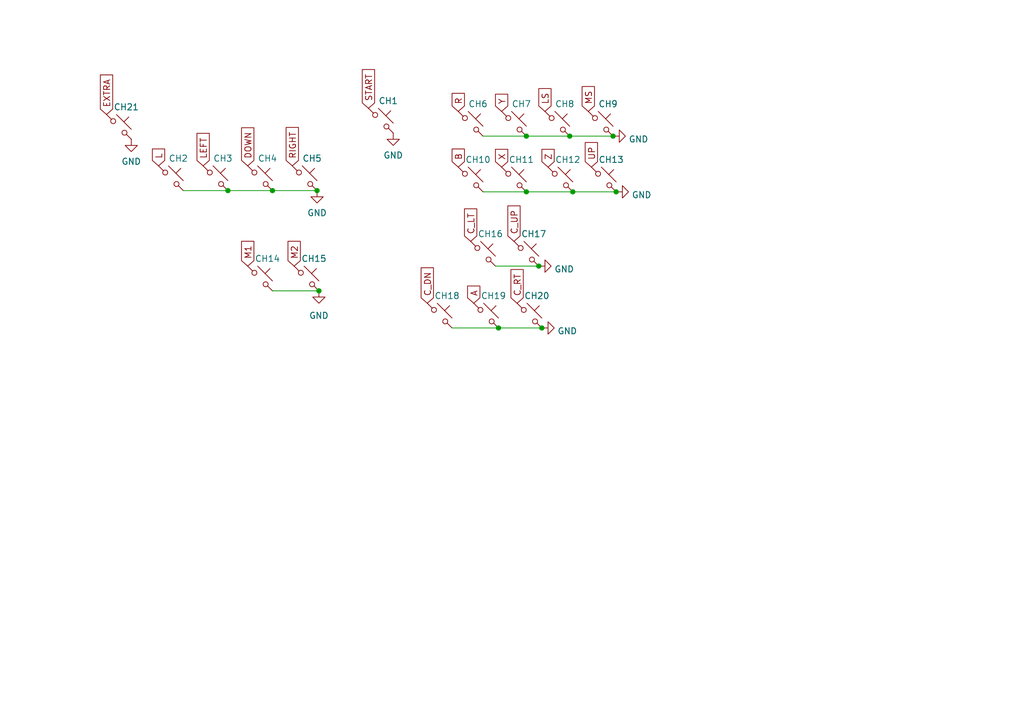
<source format=kicad_sch>
(kicad_sch (version 20230121) (generator eeschema)
  (paper "A5")
  (lib_symbols
    (symbol "PCM_marbastlib-choc:choc_SW_HS" (pin_numbers hide) (pin_names (offset 1.016) hide)
      (property "Reference" "CH" (at 3.048 1.016 0))
      (property "Value" "choc_SW_HS" (at 0 -3.81 0))
      (symbol "choc_SW_HS_0_1"
        (circle (center -1.1684 1.1684) (radius 0.508))
        (polyline (pts (xy -0.508 2.54) (xy 2.54 -0.508)))
        (polyline (pts (xy 1.016 1.016) (xy 2.032 2.032)))
        (polyline (pts (xy -2.54 2.54) (xy -1.524 1.524) (xy -1.524 1.524)))
        (polyline (pts (xy 1.524 -1.524) (xy 2.54 -2.54) (xy 2.54 -2.54) (xy 2.54 -2.54)))
        (circle (center 1.143 -1.1938) (radius 0.508))
        (pin passive line (at -2.54 2.54 0) (length 0) (name "1") (number "1"))
        (pin passive line (at 2.54 -2.54 180) (length 0) (name "2") (number "2"))
      )
    )
    (symbol "power:GND" (power) (pin_names (offset 0))
      (property "Value" "GND" (at 0 -3.81 0))
      (symbol "GND_0_1"
        (polyline (pts (xy 0 0) (xy 0 -1.27) (xy 1.27 -1.27) (xy 0 -2.54) (xy -1.27 -1.27) (xy 0 -1.27)))
      )
      (symbol "GND_1_1"
        (pin power_in line (at 0 0 270) (length 0) hide (name "GND") (number "1"))
      )
    )
  )
  (junction (at 110.49 54.61))
  (junction (at 65.405 59.69))
  (junction (at 116.84 27.94))
  (junction (at 65.024 39.116))
  (junction (at 107.95 27.94))
  (junction (at 111.125 67.31))
  (junction (at 107.95 39.37))
  (junction (at 55.88 39.116))
  (junction (at 117.475 39.37))
  (junction (at 125.73 27.94))
  (junction (at 126.365 39.37))
  (junction (at 102.235 67.31))
  (junction (at 46.736 39.116))
  (wire (pts (xy 107.95 39.37) (xy 117.475 39.37)))
  (wire (pts (xy 99.06 27.94) (xy 107.95 27.94)))
  (wire (pts (xy 92.71 67.31) (xy 102.235 67.31)))
  (wire (pts (xy 37.592 39.116) (xy 46.736 39.116)))
  (wire (pts (xy 102.235 67.31) (xy 111.125 67.31)))
  (wire (pts (xy 55.88 59.69) (xy 65.405 59.69)))
  (wire (pts (xy 55.88 39.116) (xy 65.024 39.116)))
  (wire (pts (xy 107.95 27.94) (xy 116.84 27.94)))
  (wire (pts (xy 99.06 39.37) (xy 107.95 39.37)))
  (wire (pts (xy 116.84 27.94) (xy 125.73 27.94)))
  (wire (pts (xy 101.6 54.61) (xy 110.49 54.61)))
  (wire (pts (xy 46.736 39.116) (xy 55.88 39.116)))
  (wire (pts (xy 117.475 39.37) (xy 126.365 39.37)))
  (global_label "C_RT" (shape input) (at 106.045 62.23 90) (property "Intersheetrefs" "${INTERSHEET_REFS}" (effects hide)))
  (global_label "C_DN" (shape input) (at 87.63 62.23 90) (property "Intersheetrefs" "${INTERSHEET_REFS}" (effects hide)))
  (global_label "DOWN" (shape input) (at 50.8 34.036 90) (property "Intersheetrefs" "${INTERSHEET_REFS}" (effects hide)))
  (global_label "START" (shape input) (at 75.565 22.225 90) (property "Intersheetrefs" "${INTERSHEET_REFS}" (effects hide)))
  (global_label "X" (shape input) (at 102.87 34.29 90) (property "Intersheetrefs" "${INTERSHEET_REFS}" (effects hide)))
  (global_label "Y" (shape input) (at 102.87 22.86 90) (property "Intersheetrefs" "${INTERSHEET_REFS}" (effects hide)))
  (global_label "M2" (shape input) (at 60.325 54.61 90) (property "Intersheetrefs" "${INTERSHEET_REFS}" (effects hide)))
  (global_label "C_UP" (shape input) (at 105.41 49.53 90) (property "Intersheetrefs" "${INTERSHEET_REFS}" (effects hide)))
  (global_label "RIGHT" (shape input) (at 59.944 34.036 90) (property "Intersheetrefs" "${INTERSHEET_REFS}" (effects hide)))
  (global_label "EXTRA" (shape input) (at 21.844 23.495 90) (property "Intersheetrefs" "${INTERSHEET_REFS}" (effects hide)))
  (global_label "A" (shape input) (at 97.155 62.23 90) (property "Intersheetrefs" "${INTERSHEET_REFS}" (effects hide)))
  (global_label "UP" (shape input) (at 121.285 34.29 90) (property "Intersheetrefs" "${INTERSHEET_REFS}" (effects hide)))
  (global_label "LS" (shape input) (at 111.76 22.86 90) (property "Intersheetrefs" "${INTERSHEET_REFS}" (effects hide)))
  (global_label "R" (shape input) (at 93.98 22.86 90) (property "Intersheetrefs" "${INTERSHEET_REFS}" (effects hide)))
  (global_label "M1" (shape input) (at 50.8 54.61 90) (property "Intersheetrefs" "${INTERSHEET_REFS}" (effects hide)))
  (global_label "MS" (shape input) (at 120.65 22.86 90) (property "Intersheetrefs" "${INTERSHEET_REFS}" (effects hide)))
  (global_label "LEFT" (shape input) (at 41.656 34.036 90) (property "Intersheetrefs" "${INTERSHEET_REFS}" (effects hide)))
  (global_label "L" (shape input) (at 32.512 34.036 90) (property "Intersheetrefs" "${INTERSHEET_REFS}" (effects hide)))
  (global_label "C_LT" (shape input) (at 96.52 49.53 90) (property "Intersheetrefs" "${INTERSHEET_REFS}" (effects hide)))
  (global_label "B" (shape input) (at 93.98 34.29 90) (property "Intersheetrefs" "${INTERSHEET_REFS}" (effects hide)))
  (global_label "Z" (shape input) (at 112.395 34.29 90) (property "Intersheetrefs" "${INTERSHEET_REFS}" (effects hide)))
  (symbol (lib_id "power:GND") (at 65.024 39.116 0) (unit 1)
    (property "Reference" "#PWR032" (effects hide))
    (property "Value" "GND" (at 65.024 43.688 0))
  )
  (symbol (lib_id "PCM_marbastlib-choc:choc_SW_HS") (at 123.19 25.4 0) (unit 1)
    (property "Reference" "CH9" (at 124.714 21.336 0))
    (property "Value" "choc_SW_HS" (effects hide))
    (property "Footprint" "PCM_marbastlib-choc:SW_choc_v1_HS_1u" (effects hide))
  )
  (symbol (lib_id "PCM_marbastlib-choc:choc_SW_HS") (at 90.17 64.77 0) (unit 1)
    (property "Reference" "CH18" (at 91.694 60.706 0))
    (property "Value" "choc_SW_HS" (effects hide))
    (property "Footprint" "PCM_marbastlib-choc:SW_choc_v1_HS_1u" (effects hide))
  )
  (symbol (lib_id "power:GND") (at 126.365 39.37 90) (unit 1)
    (property "Reference" "#PWR036" (effects hide))
    (property "Value" "GND" (at 129.54 40.005 90) (effects (justify right)))
  )
  (symbol (lib_id "power:GND") (at 111.125 67.31 90) (unit 1)
    (property "Reference" "#PWR038" (effects hide))
    (property "Value" "GND" (at 114.3 67.945 90) (effects (justify right)))
  )
  (symbol (lib_id "PCM_marbastlib-choc:choc_SW_HS") (at 123.825 36.83 0) (unit 1)
    (property "Reference" "CH13" (at 125.349 32.766 0))
    (property "Value" "choc_SW_HS" (effects hide))
    (property "Footprint" "PCM_marbastlib-choc:SW_choc_v1_HS_1u" (effects hide))
  )
  (symbol (lib_id "PCM_marbastlib-choc:choc_SW_HS") (at 96.52 25.4 0) (unit 1)
    (property "Reference" "CH6" (at 98.044 21.336 0))
    (property "Value" "choc_SW_HS" (effects hide))
    (property "Footprint" "PCM_marbastlib-choc:SW_choc_v1_HS_1u" (effects hide))
  )
  (symbol (lib_id "power:GND") (at 110.49 54.61 90) (unit 1)
    (property "Reference" "#PWR037" (effects hide))
    (property "Value" "GND" (at 113.665 55.245 90) (effects (justify right)))
  )
  (symbol (lib_id "PCM_marbastlib-choc:choc_SW_HS") (at 44.196 36.576 0) (unit 1)
    (property "Reference" "CH3" (at 45.72 32.512 0))
    (property "Value" "choc_SW_HS" (effects hide))
    (property "Footprint" "PCM_marbastlib-choc:SW_choc_v1_HS_1u" (effects hide))
  )
  (symbol (lib_id "PCM_marbastlib-choc:choc_SW_HS") (at 62.865 57.15 0) (unit 1)
    (property "Reference" "CH15" (at 64.389 53.086 0))
    (property "Value" "choc_SW_HS" (effects hide))
    (property "Footprint" "PCM_marbastlib-choc:SW_choc_v1_HS_1u" (effects hide))
  )
  (symbol (lib_id "power:GND") (at 80.645 27.305 0) (unit 1)
    (property "Reference" "#PWR034" (effects hide))
    (property "Value" "GND" (at 80.645 31.877 0))
  )
  (symbol (lib_id "PCM_marbastlib-choc:choc_SW_HS") (at 105.41 25.4 0) (unit 1)
    (property "Reference" "CH7" (at 106.934 21.336 0))
    (property "Value" "choc_SW_HS" (effects hide))
    (property "Footprint" "PCM_marbastlib-choc:SW_choc_v1_HS_1u" (effects hide))
  )
  (symbol (lib_id "PCM_marbastlib-choc:choc_SW_HS") (at 108.585 64.77 0) (unit 1)
    (property "Reference" "CH20" (at 110.109 60.706 0))
    (property "Value" "choc_SW_HS" (effects hide))
    (property "Footprint" "PCM_marbastlib-choc:SW_choc_v1_HS_1u" (effects hide))
  )
  (symbol (lib_id "PCM_marbastlib-choc:choc_SW_HS") (at 53.34 57.15 0) (unit 1)
    (property "Reference" "CH14" (at 54.864 53.086 0))
    (property "Value" "choc_SW_HS" (effects hide))
    (property "Footprint" "PCM_marbastlib-choc:SW_choc_v1_HS_1u" (effects hide))
  )
  (symbol (lib_id "PCM_marbastlib-choc:choc_SW_HS") (at 114.935 36.83 0) (unit 1)
    (property "Reference" "CH12" (at 116.459 32.766 0))
    (property "Value" "choc_SW_HS" (effects hide))
    (property "Footprint" "PCM_marbastlib-choc:SW_choc_v1_HS_1u" (effects hide))
  )
  (symbol (lib_id "PCM_marbastlib-choc:choc_SW_HS") (at 105.41 36.83 0) (unit 1)
    (property "Reference" "CH11" (at 106.934 32.766 0))
    (property "Value" "choc_SW_HS" (effects hide))
    (property "Footprint" "PCM_marbastlib-choc:SW_choc_v1_HS_1u" (effects hide))
  )
  (symbol (lib_id "power:GND") (at 65.405 59.69 0) (unit 1)
    (property "Reference" "#PWR033" (effects hide))
    (property "Value" "GND" (at 65.405 64.77 0))
  )
  (symbol (lib_id "power:GND") (at 26.924 28.575 0) (unit 1)
    (property "Reference" "#PWR039" (effects hide))
    (property "Value" "GND" (at 26.924 33.147 0))
  )
  (symbol (lib_id "PCM_marbastlib-choc:choc_SW_HS") (at 24.384 26.035 0) (unit 1)
    (property "Reference" "CH21" (at 25.908 21.971 0))
    (property "Value" "choc_SW_HS" (effects hide))
    (property "Footprint" "PCM_marbastlib-choc:SW_choc_v1_HS_1u" (effects hide))
  )
  (symbol (lib_id "PCM_marbastlib-choc:choc_SW_HS") (at 35.052 36.576 0) (unit 1)
    (property "Reference" "CH2" (at 36.576 32.512 0))
    (property "Value" "choc_SW_HS" (effects hide))
    (property "Footprint" "PCM_marbastlib-choc:SW_choc_v1_HS_1u" (effects hide))
  )
  (symbol (lib_id "PCM_marbastlib-choc:choc_SW_HS") (at 62.484 36.576 0) (unit 1)
    (property "Reference" "CH5" (at 64.008 32.512 0))
    (property "Value" "choc_SW_HS" (effects hide))
    (property "Footprint" "PCM_marbastlib-choc:SW_choc_v1_HS_1u" (effects hide))
  )
  (symbol (lib_id "PCM_marbastlib-choc:choc_SW_HS") (at 107.95 52.07 0) (unit 1)
    (property "Reference" "CH17" (at 109.474 48.006 0))
    (property "Value" "choc_SW_HS" (effects hide))
    (property "Footprint" "PCM_marbastlib-choc:SW_choc_v1_HS_1u" (effects hide))
  )
  (symbol (lib_id "PCM_marbastlib-choc:choc_SW_HS") (at 99.695 64.77 0) (unit 1)
    (property "Reference" "CH19" (at 101.219 60.706 0))
    (property "Value" "choc_SW_HS" (effects hide))
    (property "Footprint" "PCM_marbastlib-choc:SW_choc_v1_HS_1u" (effects hide))
  )
  (symbol (lib_id "PCM_marbastlib-choc:choc_SW_HS") (at 53.34 36.576 0) (unit 1)
    (property "Reference" "CH4" (at 54.864 32.512 0))
    (property "Value" "choc_SW_HS" (effects hide))
    (property "Footprint" "PCM_marbastlib-choc:SW_choc_v1_HS_1u" (effects hide))
  )
  (symbol (lib_id "PCM_marbastlib-choc:choc_SW_HS") (at 78.105 24.765 0) (unit 1)
    (property "Reference" "CH1" (at 79.629 20.701 0))
    (property "Value" "choc_SW_HS" (effects hide))
    (property "Footprint" "PCM_marbastlib-choc:SW_choc_v1_HS_1u" (effects hide))
  )
  (symbol (lib_id "PCM_marbastlib-choc:choc_SW_HS") (at 114.3 25.4 0) (unit 1)
    (property "Reference" "CH8" (at 115.824 21.336 0))
    (property "Value" "choc_SW_HS" (effects hide))
    (property "Footprint" "PCM_marbastlib-choc:SW_choc_v1_HS_1u" (effects hide))
  )
  (symbol (lib_id "power:GND") (at 125.73 27.94 90) (unit 1)
    (property "Reference" "#PWR035" (effects hide))
    (property "Value" "GND" (at 128.905 28.575 90) (effects (justify right)))
  )
  (symbol (lib_id "PCM_marbastlib-choc:choc_SW_HS") (at 99.06 52.07 0) (unit 1)
    (property "Reference" "CH16" (at 100.584 48.006 0))
    (property "Value" "choc_SW_HS" (effects hide))
    (property "Footprint" "PCM_marbastlib-choc:SW_choc_v1_HS_1u" (effects hide))
  )
  (symbol (lib_id "PCM_marbastlib-choc:choc_SW_HS") (at 96.52 36.83 0) (unit 1)
    (property "Reference" "CH10" (at 98.044 32.766 0))
    (property "Value" "choc_SW_HS" (effects hide))
    (property "Footprint" "PCM_marbastlib-choc:SW_choc_v1_HS_1u" (effects hide))
  )
)
</source>
